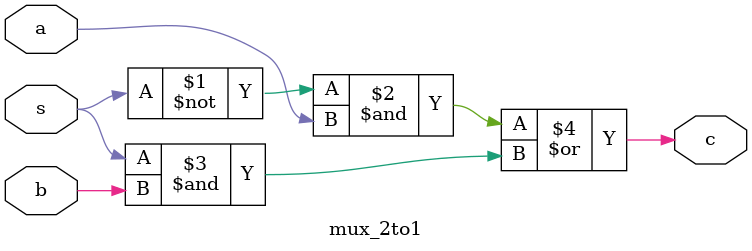
<source format=v>
`timescale 1ns / 1ps


module mux_2to1(
    input a,
    input b,
    input s,
    output c
    );
    
    assign c = (~s & a) | (s & b);
endmodule

</source>
